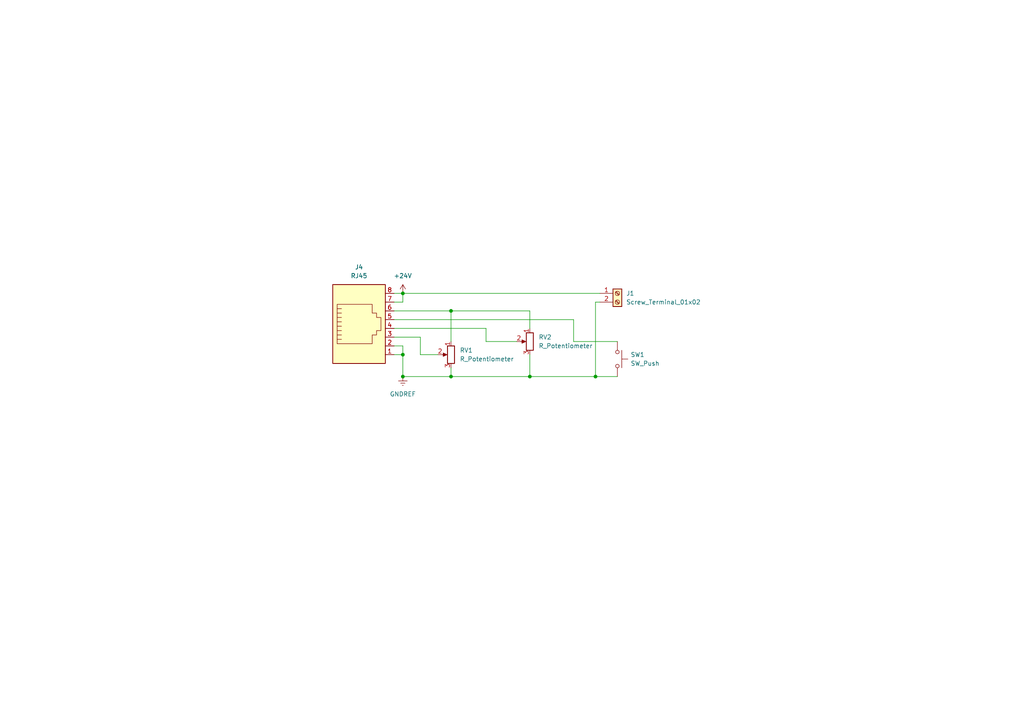
<source format=kicad_sch>
(kicad_sch (version 20250114) (generator "eeschema") (generator_version "9.0")
  (paper "A4")
  (lib_symbols
    (symbol "Connector:RJ45" (pin_names (offset 1.016))
      (property "Reference" "J" (at -5.08 13.97 0))
      (property "Value" "RJ45" (at 2.54 13.97 0))
      (symbol "RJ45_0_1"
        (polyline (pts (xy -6.35 1.905) (xy -5.08 1.905) (xy -5.08 1.905)))
        (polyline (pts (xy -6.35 0.635) (xy -5.08 0.635) (xy -5.08 0.635)))
        (polyline (pts (xy -6.35 -0.635) (xy -5.08 -0.635) (xy -5.08 -0.635)))
        (polyline (pts (xy -6.35 -1.905) (xy -5.08 -1.905) (xy -5.08 -1.905)))
        (polyline (pts (xy -6.35 -3.175) (xy -5.08 -3.175) (xy -5.08 -3.175)))
        (polyline (pts (xy -6.35 -4.445) (xy -6.35 6.985) (xy 3.81 6.985) (xy 3.81 4.445) (xy 5.08 4.445) (xy 5.08 3.175) (xy 6.35 3.175) (xy 6.35 -0.635) (xy 5.08 -0.635) (xy 5.08 -1.905) (xy 3.81 -1.905) (xy 3.81 -4.445) (xy -6.35 -4.445) (xy -6.35 -4.445)))
        (polyline (pts (xy -5.08 5.715) (xy -6.35 5.715)))
        (polyline (pts (xy -5.08 4.445) (xy -6.35 4.445)))
        (polyline (pts (xy -5.08 3.175) (xy -6.35 3.175) (xy -6.35 3.175)))
        (rectangle (start 7.62 12.7) (end -7.62 -10.16) (stroke (width 0.254)) (fill (type background)))
      )
      (symbol "RJ45_1_1"
        (pin passive line (at 10.16 10.16 180) (length 2.54) (name "~") (number "8"))
        (pin passive line (at 10.16 7.62 180) (length 2.54) (name "~") (number "7"))
        (pin passive line (at 10.16 5.08 180) (length 2.54) (name "~") (number "6"))
        (pin passive line (at 10.16 2.54 180) (length 2.54) (name "~") (number "5"))
        (pin passive line (at 10.16 0 180) (length 2.54) (name "~") (number "4"))
        (pin passive line (at 10.16 -2.54 180) (length 2.54) (name "~") (number "3"))
        (pin passive line (at 10.16 -5.08 180) (length 2.54) (name "~") (number "2"))
        (pin passive line (at 10.16 -7.62 180) (length 2.54) (name "~") (number "1"))
      )
    )
    (symbol "Connector:Screw_Terminal_01x02" (pin_names (offset 1.016) (hide yes))
      (property "Reference" "J" (at 0 2.54 0))
      (property "Value" "Screw_Terminal_01x02" (at 0 -5.08 0))
      (symbol "Screw_Terminal_01x02_1_1"
        (rectangle (start -1.27 1.27) (end 1.27 -3.81) (stroke (width 0.254)) (fill (type background)))
        (polyline (pts (xy -0.5334 0.3302) (xy 0.3302 -0.508)) (stroke (width 0.1524)))
        (polyline (pts (xy -0.5334 -2.2098) (xy 0.3302 -3.048)) (stroke (width 0.1524)))
        (polyline (pts (xy -0.3556 0.508) (xy 0.508 -0.3302)) (stroke (width 0.1524)))
        (polyline (pts (xy -0.3556 -2.032) (xy 0.508 -2.8702)) (stroke (width 0.1524)))
        (circle (center 0 0) (radius 0.635) (stroke (width 0.1524)))
        (circle (center 0 -2.54) (radius 0.635) (stroke (width 0.1524)))
        (pin passive line (at -5.08 0 0) (length 3.81) (name "Pin_1") (number "1"))
        (pin passive line (at -5.08 -2.54 0) (length 3.81) (name "Pin_2") (number "2"))
      )
    )
    (symbol "Device:R_Potentiometer" (pin_names (offset 1.016) (hide yes))
      (property "Reference" "RV" (at -4.445 0 90))
      (property "Value" "R_Potentiometer" (at -2.54 0 90))
      (symbol "R_Potentiometer_0_1"
        (rectangle (start 1.016 2.54) (end -1.016 -2.54) (stroke (width 0.254)))
        (polyline (pts (xy 1.143 0) (xy 2.286 0.508) (xy 2.286 -0.508) (xy 1.143 0)) (fill (type outline)))
        (polyline (pts (xy 2.54 0) (xy 1.524 0)))
      )
      (symbol "R_Potentiometer_1_1"
        (pin passive line (at 0 3.81 270) (length 1.27) (name "1") (number "1"))
        (pin passive line (at 0 -3.81 90) (length 1.27) (name "3") (number "3"))
        (pin passive line (at 3.81 0 180) (length 1.27) (name "2") (number "2"))
      )
    )
    (symbol "Switch:SW_Push" (pin_numbers (hide yes)) (pin_names (offset 1.016) (hide yes))
      (property "Reference" "SW" (at 1.27 2.54 0))
      (property "Value" "SW_Push" (at 0 -1.524 0))
      (symbol "SW_Push_0_1"
        (circle (center -2.032 0) (radius 0.508))
        (polyline (pts (xy 0 1.27) (xy 0 3.048)))
        (circle (center 2.032 0) (radius 0.508))
        (polyline (pts (xy 2.54 1.27) (xy -2.54 1.27)))
        (pin passive line (at -5.08 0 0) (length 2.54) (name "1") (number "1"))
        (pin passive line (at 5.08 0 180) (length 2.54) (name "2") (number "2"))
      )
    )
    (symbol "power:+24V" (power) (pin_numbers (hide yes)) (pin_names (offset 0) (hide yes))
      (property "Value" "+24V" (at 0 3.556 0))
      (symbol "+24V_0_1"
        (polyline (pts (xy -0.762 1.27) (xy 0 2.54)))
        (polyline (pts (xy 0 2.54) (xy 0.762 1.27)))
        (polyline (pts (xy 0 0) (xy 0 2.54)))
      )
      (symbol "+24V_1_1"
        (pin power_in line (at 0 0 90) (length 0) (name "~") (number "1"))
      )
    )
    (symbol "power:GNDREF" (power) (pin_numbers (hide yes)) (pin_names (offset 0) (hide yes))
      (property "Value" "GNDREF" (at 0 -3.81 0))
      (symbol "GNDREF_0_1"
        (polyline (pts (xy -0.635 -1.905) (xy 0.635 -1.905)))
        (polyline (pts (xy -0.127 -2.54) (xy 0.127 -2.54)))
        (polyline (pts (xy 0 -1.27) (xy 0 0)))
        (polyline (pts (xy 1.27 -1.27) (xy -1.27 -1.27)))
      )
      (symbol "GNDREF_1_1"
        (pin power_in line (at 0 0 270) (length 0) (name "~") (number "1"))
      )
    )
  )
  (junction (at 130.81 90.17))
  (junction (at 116.84 102.87))
  (junction (at 153.67 109.22))
  (junction (at 116.84 109.22))
  (junction (at 130.81 109.22))
  (junction (at 172.72 109.22))
  (junction (at 116.84 85.09))
  (wire (pts (xy 121.92 102.87) (xy 121.92 97.79)))
  (wire (pts (xy 153.67 95.25) (xy 153.67 90.17)))
  (wire (pts (xy 166.37 99.06) (xy 166.37 92.71)))
  (wire (pts (xy 140.97 99.06) (xy 140.97 95.25)))
  (wire (pts (xy 130.81 106.68) (xy 130.81 109.22)))
  (wire (pts (xy 116.84 85.09) (xy 173.99 85.09)))
  (wire (pts (xy 114.3 100.33) (xy 116.84 100.33)))
  (wire (pts (xy 130.81 90.17) (xy 130.81 99.06)))
  (wire (pts (xy 114.3 87.63) (xy 116.84 87.63)))
  (wire (pts (xy 153.67 109.22) (xy 153.67 102.87)))
  (wire (pts (xy 121.92 102.87) (xy 127 102.87)))
  (wire (pts (xy 114.3 85.09) (xy 116.84 85.09)))
  (wire (pts (xy 116.84 87.63) (xy 116.84 85.09)))
  (wire (pts (xy 116.84 100.33) (xy 116.84 102.87)))
  (wire (pts (xy 130.81 109.22) (xy 153.67 109.22)))
  (wire (pts (xy 166.37 99.06) (xy 179.07 99.06)))
  (wire (pts (xy 116.84 109.22) (xy 116.84 102.87)))
  (wire (pts (xy 173.99 87.63) (xy 172.72 87.63)))
  (wire (pts (xy 121.92 97.79) (xy 114.3 97.79)))
  (wire (pts (xy 140.97 95.25) (xy 114.3 95.25)))
  (wire (pts (xy 172.72 87.63) (xy 172.72 109.22)))
  (wire (pts (xy 166.37 92.71) (xy 114.3 92.71)))
  (wire (pts (xy 130.81 90.17) (xy 153.67 90.17)))
  (wire (pts (xy 116.84 109.22) (xy 130.81 109.22)))
  (wire (pts (xy 172.72 109.22) (xy 179.07 109.22)))
  (wire (pts (xy 172.72 109.22) (xy 153.67 109.22)))
  (wire (pts (xy 114.3 90.17) (xy 130.81 90.17)))
  (wire (pts (xy 149.86 99.06) (xy 140.97 99.06)))
  (wire (pts (xy 116.84 102.87) (xy 114.3 102.87)))
  (symbol (lib_id "Switch:SW_Push") (at 179.07 104.14 270) (unit 1)
    (property "Reference" "SW1" (at 182.88 102.8699 90) (effects (justify left)))
    (property "Value" "SW_Push" (at 182.88 105.4099 90) (effects (justify left)))
    (property "Description" "Push button switch, generic, two pins" (effects (hide yes)))
  )
  (symbol (lib_id "power:GNDREF") (at 116.84 109.22 0) (unit 1)
    (property "Reference" "#PWR02" (effects (hide yes)))
    (property "Value" "GNDREF" (at 116.84 114.3 0))
    (property "Description" "Power symbol creates a global label with name \"GNDREF\" , reference supply ground" (effects (hide yes)))
  )
  (symbol (lib_id "power:+24V") (at 116.84 85.09 0) (unit 1)
    (property "Reference" "#PWR01" (effects (hide yes)))
    (property "Value" "+24V" (at 116.84 80.01 0))
    (property "Description" "Power symbol creates a global label with name \"+24V\"" (effects (hide yes)))
  )
  (symbol (lib_id "Connector:RJ45") (at 104.14 95.25 0) (unit 1)
    (property "Reference" "J4" (at 104.14 77.47 0))
    (property "Value" "RJ45" (at 104.14 80.01 0))
    (property "Footprint" "Connector_RJ:RJ45_Amphenol_54602-x08_Horizontal" (effects (hide yes)))
    (property "Description" "RJ connector, 8P8C (8 positions 8 connected)" (effects (hide yes)))
  )
  (symbol (lib_id "Connector:Screw_Terminal_01x02") (at 179.07 85.09 0) (unit 1)
    (property "Reference" "J1" (at 181.61 85.0899 0) (effects (justify left)))
    (property "Value" "Screw_Terminal_01x02" (at 181.61 87.6299 0) (effects (justify left)))
    (property "Description" "Generic screw terminal, single row, 01x02, script generated (kicad-library-utils/schlib/autogen/connector/)" (effects (hide yes)))
  )
  (symbol (lib_id "Device:R_Potentiometer") (at 153.67 99.06 0) (mirror y) (unit 1)
    (property "Reference" "RV2" (at 156.21 97.7899 0) (effects (justify right)))
    (property "Value" "R_Potentiometer" (at 156.21 100.3299 0) (effects (justify right)))
    (property "Description" "Potentiometer" (effects (hide yes)))
  )
  (symbol (lib_id "Device:R_Potentiometer") (at 130.81 102.87 0) (mirror y) (unit 1)
    (property "Reference" "RV1" (at 133.35 101.5999 0) (effects (justify right)))
    (property "Value" "R_Potentiometer" (at 133.35 104.1399 0) (effects (justify right)))
    (property "Description" "Potentiometer" (effects (hide yes)))
  )
)
</source>
